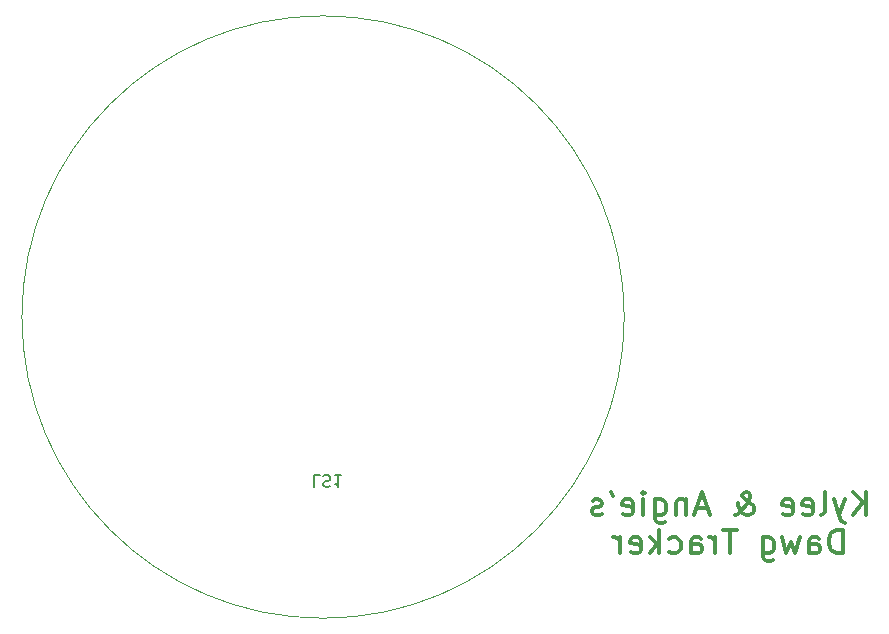
<source format=gbr>
%TF.GenerationSoftware,KiCad,Pcbnew,(6.0.1-0)*%
%TF.CreationDate,2022-02-25T20:48:14-08:00*%
%TF.ProjectId,Dog_Tracker,446f675f-5472-4616-936b-65722e6b6963,rev?*%
%TF.SameCoordinates,Original*%
%TF.FileFunction,Legend,Bot*%
%TF.FilePolarity,Positive*%
%FSLAX46Y46*%
G04 Gerber Fmt 4.6, Leading zero omitted, Abs format (unit mm)*
G04 Created by KiCad (PCBNEW (6.0.1-0)) date 2022-02-25 20:48:14*
%MOMM*%
%LPD*%
G01*
G04 APERTURE LIST*
%ADD10C,0.300000*%
%ADD11C,0.150000*%
%ADD12C,0.120000*%
G04 APERTURE END LIST*
D10*
X146231428Y-120874761D02*
X146231428Y-118874761D01*
X145088571Y-120874761D02*
X145945714Y-119731904D01*
X145088571Y-118874761D02*
X146231428Y-120017619D01*
X144421904Y-119541428D02*
X143945714Y-120874761D01*
X143469523Y-119541428D02*
X143945714Y-120874761D01*
X144136190Y-121350952D01*
X144231428Y-121446190D01*
X144421904Y-121541428D01*
X142421904Y-120874761D02*
X142612380Y-120779523D01*
X142707619Y-120589047D01*
X142707619Y-118874761D01*
X140898095Y-120779523D02*
X141088571Y-120874761D01*
X141469523Y-120874761D01*
X141660000Y-120779523D01*
X141755238Y-120589047D01*
X141755238Y-119827142D01*
X141660000Y-119636666D01*
X141469523Y-119541428D01*
X141088571Y-119541428D01*
X140898095Y-119636666D01*
X140802857Y-119827142D01*
X140802857Y-120017619D01*
X141755238Y-120208095D01*
X139183809Y-120779523D02*
X139374285Y-120874761D01*
X139755238Y-120874761D01*
X139945714Y-120779523D01*
X140040952Y-120589047D01*
X140040952Y-119827142D01*
X139945714Y-119636666D01*
X139755238Y-119541428D01*
X139374285Y-119541428D01*
X139183809Y-119636666D01*
X139088571Y-119827142D01*
X139088571Y-120017619D01*
X140040952Y-120208095D01*
X135088571Y-120874761D02*
X135183809Y-120874761D01*
X135374285Y-120779523D01*
X135660000Y-120493809D01*
X136136190Y-119922380D01*
X136326666Y-119636666D01*
X136421904Y-119350952D01*
X136421904Y-119160476D01*
X136326666Y-118970000D01*
X136136190Y-118874761D01*
X136040952Y-118874761D01*
X135850476Y-118970000D01*
X135755238Y-119160476D01*
X135755238Y-119255714D01*
X135850476Y-119446190D01*
X135945714Y-119541428D01*
X136517142Y-119922380D01*
X136612380Y-120017619D01*
X136707619Y-120208095D01*
X136707619Y-120493809D01*
X136612380Y-120684285D01*
X136517142Y-120779523D01*
X136326666Y-120874761D01*
X136040952Y-120874761D01*
X135850476Y-120779523D01*
X135755238Y-120684285D01*
X135469523Y-120303333D01*
X135374285Y-120017619D01*
X135374285Y-119827142D01*
X132802857Y-120303333D02*
X131850476Y-120303333D01*
X132993333Y-120874761D02*
X132326666Y-118874761D01*
X131660000Y-120874761D01*
X130993333Y-119541428D02*
X130993333Y-120874761D01*
X130993333Y-119731904D02*
X130898095Y-119636666D01*
X130707619Y-119541428D01*
X130421904Y-119541428D01*
X130231428Y-119636666D01*
X130136190Y-119827142D01*
X130136190Y-120874761D01*
X128326666Y-119541428D02*
X128326666Y-121160476D01*
X128421904Y-121350952D01*
X128517142Y-121446190D01*
X128707619Y-121541428D01*
X128993333Y-121541428D01*
X129183809Y-121446190D01*
X128326666Y-120779523D02*
X128517142Y-120874761D01*
X128898095Y-120874761D01*
X129088571Y-120779523D01*
X129183809Y-120684285D01*
X129279047Y-120493809D01*
X129279047Y-119922380D01*
X129183809Y-119731904D01*
X129088571Y-119636666D01*
X128898095Y-119541428D01*
X128517142Y-119541428D01*
X128326666Y-119636666D01*
X127374285Y-120874761D02*
X127374285Y-119541428D01*
X127374285Y-118874761D02*
X127469523Y-118970000D01*
X127374285Y-119065238D01*
X127279047Y-118970000D01*
X127374285Y-118874761D01*
X127374285Y-119065238D01*
X125660000Y-120779523D02*
X125850476Y-120874761D01*
X126231428Y-120874761D01*
X126421904Y-120779523D01*
X126517142Y-120589047D01*
X126517142Y-119827142D01*
X126421904Y-119636666D01*
X126231428Y-119541428D01*
X125850476Y-119541428D01*
X125660000Y-119636666D01*
X125564761Y-119827142D01*
X125564761Y-120017619D01*
X126517142Y-120208095D01*
X124612380Y-118874761D02*
X124802857Y-119255714D01*
X123850476Y-120779523D02*
X123660000Y-120874761D01*
X123279047Y-120874761D01*
X123088571Y-120779523D01*
X122993333Y-120589047D01*
X122993333Y-120493809D01*
X123088571Y-120303333D01*
X123279047Y-120208095D01*
X123564761Y-120208095D01*
X123755238Y-120112857D01*
X123850476Y-119922380D01*
X123850476Y-119827142D01*
X123755238Y-119636666D01*
X123564761Y-119541428D01*
X123279047Y-119541428D01*
X123088571Y-119636666D01*
X144231428Y-124094761D02*
X144231428Y-122094761D01*
X143755238Y-122094761D01*
X143469523Y-122190000D01*
X143279047Y-122380476D01*
X143183809Y-122570952D01*
X143088571Y-122951904D01*
X143088571Y-123237619D01*
X143183809Y-123618571D01*
X143279047Y-123809047D01*
X143469523Y-123999523D01*
X143755238Y-124094761D01*
X144231428Y-124094761D01*
X141374285Y-124094761D02*
X141374285Y-123047142D01*
X141469523Y-122856666D01*
X141660000Y-122761428D01*
X142040952Y-122761428D01*
X142231428Y-122856666D01*
X141374285Y-123999523D02*
X141564761Y-124094761D01*
X142040952Y-124094761D01*
X142231428Y-123999523D01*
X142326666Y-123809047D01*
X142326666Y-123618571D01*
X142231428Y-123428095D01*
X142040952Y-123332857D01*
X141564761Y-123332857D01*
X141374285Y-123237619D01*
X140612380Y-122761428D02*
X140231428Y-124094761D01*
X139850476Y-123142380D01*
X139469523Y-124094761D01*
X139088571Y-122761428D01*
X137469523Y-122761428D02*
X137469523Y-124380476D01*
X137564761Y-124570952D01*
X137660000Y-124666190D01*
X137850476Y-124761428D01*
X138136190Y-124761428D01*
X138326666Y-124666190D01*
X137469523Y-123999523D02*
X137660000Y-124094761D01*
X138040952Y-124094761D01*
X138231428Y-123999523D01*
X138326666Y-123904285D01*
X138421904Y-123713809D01*
X138421904Y-123142380D01*
X138326666Y-122951904D01*
X138231428Y-122856666D01*
X138040952Y-122761428D01*
X137660000Y-122761428D01*
X137469523Y-122856666D01*
X135279047Y-122094761D02*
X134136190Y-122094761D01*
X134707619Y-124094761D02*
X134707619Y-122094761D01*
X133469523Y-124094761D02*
X133469523Y-122761428D01*
X133469523Y-123142380D02*
X133374285Y-122951904D01*
X133279047Y-122856666D01*
X133088571Y-122761428D01*
X132898095Y-122761428D01*
X131374285Y-124094761D02*
X131374285Y-123047142D01*
X131469523Y-122856666D01*
X131660000Y-122761428D01*
X132040952Y-122761428D01*
X132231428Y-122856666D01*
X131374285Y-123999523D02*
X131564761Y-124094761D01*
X132040952Y-124094761D01*
X132231428Y-123999523D01*
X132326666Y-123809047D01*
X132326666Y-123618571D01*
X132231428Y-123428095D01*
X132040952Y-123332857D01*
X131564761Y-123332857D01*
X131374285Y-123237619D01*
X129564761Y-123999523D02*
X129755238Y-124094761D01*
X130136190Y-124094761D01*
X130326666Y-123999523D01*
X130421904Y-123904285D01*
X130517142Y-123713809D01*
X130517142Y-123142380D01*
X130421904Y-122951904D01*
X130326666Y-122856666D01*
X130136190Y-122761428D01*
X129755238Y-122761428D01*
X129564761Y-122856666D01*
X128707619Y-124094761D02*
X128707619Y-122094761D01*
X128517142Y-123332857D02*
X127945714Y-124094761D01*
X127945714Y-122761428D02*
X128707619Y-123523333D01*
X126326666Y-123999523D02*
X126517142Y-124094761D01*
X126898095Y-124094761D01*
X127088571Y-123999523D01*
X127183809Y-123809047D01*
X127183809Y-123047142D01*
X127088571Y-122856666D01*
X126898095Y-122761428D01*
X126517142Y-122761428D01*
X126326666Y-122856666D01*
X126231428Y-123047142D01*
X126231428Y-123237619D01*
X127183809Y-123428095D01*
X125374285Y-124094761D02*
X125374285Y-122761428D01*
X125374285Y-123142380D02*
X125279047Y-122951904D01*
X125183809Y-122856666D01*
X124993333Y-122761428D01*
X124802857Y-122761428D01*
D11*
%TO.C,LS1*%
X99988142Y-117490619D02*
X99511952Y-117490619D01*
X99511952Y-118490619D01*
X100273857Y-117538238D02*
X100416714Y-117490619D01*
X100654809Y-117490619D01*
X100750047Y-117538238D01*
X100797666Y-117585857D01*
X100845285Y-117681095D01*
X100845285Y-117776333D01*
X100797666Y-117871571D01*
X100750047Y-117919190D01*
X100654809Y-117966809D01*
X100464333Y-118014428D01*
X100369095Y-118062047D01*
X100321476Y-118109666D01*
X100273857Y-118204904D01*
X100273857Y-118300142D01*
X100321476Y-118395380D01*
X100369095Y-118443000D01*
X100464333Y-118490619D01*
X100702428Y-118490619D01*
X100845285Y-118443000D01*
X101797666Y-117490619D02*
X101226238Y-117490619D01*
X101511952Y-117490619D02*
X101511952Y-118490619D01*
X101416714Y-118347761D01*
X101321476Y-118252523D01*
X101226238Y-118204904D01*
D12*
X125750000Y-104100000D02*
G75*
G03*
X125750000Y-104100000I-25500000J0D01*
G01*
%TD*%
M02*

</source>
